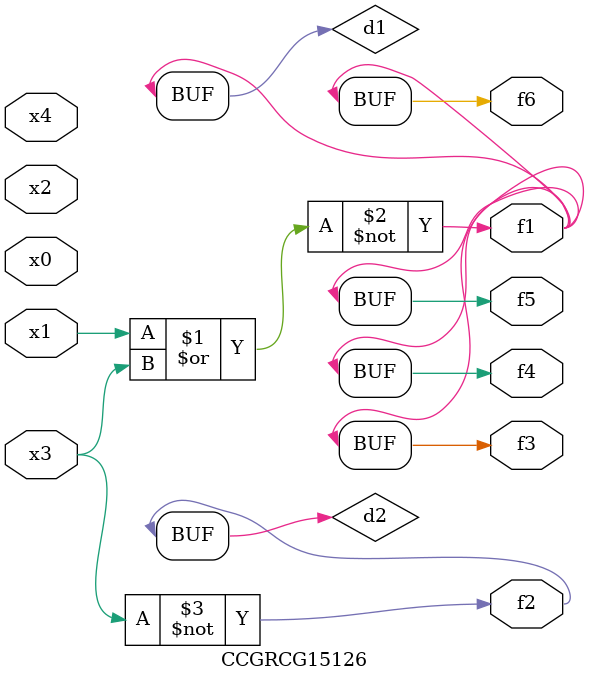
<source format=v>
module CCGRCG15126(
	input x0, x1, x2, x3, x4,
	output f1, f2, f3, f4, f5, f6
);

	wire d1, d2;

	nor (d1, x1, x3);
	not (d2, x3);
	assign f1 = d1;
	assign f2 = d2;
	assign f3 = d1;
	assign f4 = d1;
	assign f5 = d1;
	assign f6 = d1;
endmodule

</source>
